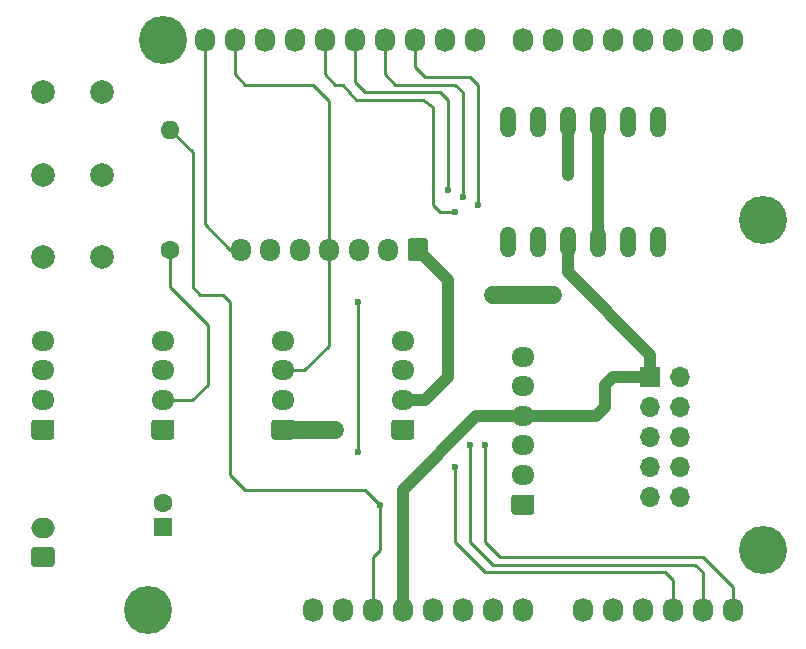
<source format=gbr>
%TF.GenerationSoftware,KiCad,Pcbnew,5.1.6-c6e7f7d~87~ubuntu18.04.1*%
%TF.CreationDate,2020-10-04T11:14:42+09:00*%
%TF.ProjectId,M302,4d333032-2e6b-4696-9361-645f70636258,rev?*%
%TF.SameCoordinates,Original*%
%TF.FileFunction,Copper,L1,Top*%
%TF.FilePolarity,Positive*%
%FSLAX46Y46*%
G04 Gerber Fmt 4.6, Leading zero omitted, Abs format (unit mm)*
G04 Created by KiCad (PCBNEW 5.1.6-c6e7f7d~87~ubuntu18.04.1) date 2020-10-04 11:14:42*
%MOMM*%
%LPD*%
G01*
G04 APERTURE LIST*
%TA.AperFunction,ComponentPad*%
%ADD10O,1.700000X1.950000*%
%TD*%
%TA.AperFunction,ComponentPad*%
%ADD11C,2.000000*%
%TD*%
%TA.AperFunction,ComponentPad*%
%ADD12O,1.320800X2.641600*%
%TD*%
%TA.AperFunction,ComponentPad*%
%ADD13O,2.000000X1.700000*%
%TD*%
%TA.AperFunction,ComponentPad*%
%ADD14C,1.600000*%
%TD*%
%TA.AperFunction,ComponentPad*%
%ADD15R,1.600000X1.600000*%
%TD*%
%TA.AperFunction,ComponentPad*%
%ADD16O,1.950000X1.700000*%
%TD*%
%TA.AperFunction,ComponentPad*%
%ADD17O,1.700000X1.700000*%
%TD*%
%TA.AperFunction,ComponentPad*%
%ADD18R,1.700000X1.700000*%
%TD*%
%TA.AperFunction,ComponentPad*%
%ADD19O,1.600000X1.600000*%
%TD*%
%TA.AperFunction,ComponentPad*%
%ADD20O,1.727200X2.032000*%
%TD*%
%TA.AperFunction,ComponentPad*%
%ADD21C,4.064000*%
%TD*%
%TA.AperFunction,ViaPad*%
%ADD22C,0.600000*%
%TD*%
%TA.AperFunction,Conductor*%
%ADD23C,1.000000*%
%TD*%
%TA.AperFunction,Conductor*%
%ADD24C,1.500000*%
%TD*%
%TA.AperFunction,Conductor*%
%ADD25C,0.250000*%
%TD*%
%TA.AperFunction,Conductor*%
%ADD26C,0.500000*%
%TD*%
G04 APERTURE END LIST*
D10*
%TO.P,J5,7*%
%TO.N,/A5(SCL)*%
X132828000Y-93345000D03*
%TO.P,J5,6*%
%TO.N,/A3*%
X135328000Y-93345000D03*
%TO.P,J5,5*%
%TO.N,Net-(J5-Pad5)*%
X137828000Y-93345000D03*
%TO.P,J5,4*%
%TO.N,/A4(SDA)*%
X140328000Y-93345000D03*
%TO.P,J5,3*%
%TO.N,GND*%
X142828000Y-93345000D03*
%TO.P,J5,2*%
%TO.N,Net-(J5-Pad2)*%
X145328000Y-93345000D03*
%TO.P,J5,1*%
%TO.N,+5V*%
%TA.AperFunction,ComponentPad*%
G36*
G01*
X148678000Y-92620000D02*
X148678000Y-94070000D01*
G75*
G02*
X148428000Y-94320000I-250000J0D01*
G01*
X147228000Y-94320000D01*
G75*
G02*
X146978000Y-94070000I0J250000D01*
G01*
X146978000Y-92620000D01*
G75*
G02*
X147228000Y-92370000I250000J0D01*
G01*
X148428000Y-92370000D01*
G75*
G02*
X148678000Y-92620000I0J-250000D01*
G01*
G37*
%TD.AperFunction*%
%TD*%
D11*
%TO.P,SW3,2*%
%TO.N,GND*%
X116118000Y-93980000D03*
%TO.P,SW3,1*%
%TO.N,/4*%
X121118000Y-93980000D03*
%TD*%
D12*
%TO.P,U1,HV1*%
%TO.N,/7*%
X155448000Y-82550000D03*
%TO.P,U1,HV2*%
%TO.N,/6(\u002A\u002A)*%
X157988000Y-82550000D03*
%TO.P,U1,HV*%
%TO.N,+5V*%
X160528000Y-82550000D03*
%TO.P,U1,HGND*%
%TO.N,GND*%
X163068000Y-82550000D03*
%TO.P,U1,HV3*%
%TO.N,/5(\u002A\u002A)*%
X165608000Y-82550000D03*
%TO.P,U1,LGND*%
%TO.N,GND*%
X163068000Y-92710000D03*
%TO.P,U1,LV3*%
%TO.N,Net-(J7-Pad2)*%
X165608000Y-92710000D03*
%TO.P,U1,LV*%
%TO.N,+3V3*%
X160528000Y-92710000D03*
%TO.P,U1,LV2*%
%TO.N,Net-(J7-Pad5)*%
X157988000Y-92710000D03*
%TO.P,U1,HV4*%
%TO.N,/4*%
X168148000Y-82550000D03*
%TO.P,U1,LV4*%
%TO.N,Net-(J7-Pad1)*%
X168148000Y-92710000D03*
%TO.P,U1,LV1*%
%TO.N,Net-(J7-Pad6)*%
X155448000Y-92710000D03*
%TD*%
D13*
%TO.P,J8,2*%
%TO.N,GND*%
X116078000Y-116880000D03*
%TO.P,J8,1*%
%TO.N,+5V*%
%TA.AperFunction,ComponentPad*%
G36*
G01*
X116828000Y-120230000D02*
X115328000Y-120230000D01*
G75*
G02*
X115078000Y-119980000I0J250000D01*
G01*
X115078000Y-118780000D01*
G75*
G02*
X115328000Y-118530000I250000J0D01*
G01*
X116828000Y-118530000D01*
G75*
G02*
X117078000Y-118780000I0J-250000D01*
G01*
X117078000Y-119980000D01*
G75*
G02*
X116828000Y-120230000I-250000J0D01*
G01*
G37*
%TD.AperFunction*%
%TD*%
D14*
%TO.P,C1,2*%
%TO.N,GND*%
X126238000Y-114840000D03*
D15*
%TO.P,C1,1*%
%TO.N,+5V*%
X126238000Y-116840000D03*
%TD*%
D16*
%TO.P,J7,6*%
%TO.N,Net-(J7-Pad6)*%
X156718000Y-102435000D03*
%TO.P,J7,5*%
%TO.N,Net-(J7-Pad5)*%
X156718000Y-104935000D03*
%TO.P,J7,4*%
%TO.N,+3V3*%
X156718000Y-107435000D03*
%TO.P,J7,3*%
%TO.N,GND*%
X156718000Y-109935000D03*
%TO.P,J7,2*%
%TO.N,Net-(J7-Pad2)*%
X156718000Y-112435000D03*
%TO.P,J7,1*%
%TO.N,Net-(J7-Pad1)*%
%TA.AperFunction,ComponentPad*%
G36*
G01*
X157443000Y-115785000D02*
X155993000Y-115785000D01*
G75*
G02*
X155743000Y-115535000I0J250000D01*
G01*
X155743000Y-114335000D01*
G75*
G02*
X155993000Y-114085000I250000J0D01*
G01*
X157443000Y-114085000D01*
G75*
G02*
X157693000Y-114335000I0J-250000D01*
G01*
X157693000Y-115535000D01*
G75*
G02*
X157443000Y-115785000I-250000J0D01*
G01*
G37*
%TD.AperFunction*%
%TD*%
D17*
%TO.P,J6,10*%
%TO.N,Net-(J6-Pad10)*%
X170053000Y-114300000D03*
%TO.P,J6,9*%
%TO.N,/13(SCK)*%
X167513000Y-114300000D03*
%TO.P,J6,8*%
%TO.N,Net-(J6-Pad8)*%
X170053000Y-111760000D03*
%TO.P,J6,7*%
%TO.N,/10(\u002A\u002A/SS)*%
X167513000Y-111760000D03*
%TO.P,J6,6*%
%TO.N,/Reset*%
X170053000Y-109220000D03*
%TO.P,J6,5*%
%TO.N,/11(\u002A\u002A/MOSI)*%
X167513000Y-109220000D03*
%TO.P,J6,4*%
%TO.N,GND*%
X170053000Y-106680000D03*
%TO.P,J6,3*%
%TO.N,/12(MISO)*%
X167513000Y-106680000D03*
%TO.P,J6,2*%
%TO.N,+5V*%
X170053000Y-104140000D03*
D18*
%TO.P,J6,1*%
%TO.N,+3V3*%
X167513000Y-104140000D03*
%TD*%
D11*
%TO.P,SW1,2*%
%TO.N,/Reset*%
X121118000Y-80010000D03*
%TO.P,SW1,1*%
%TO.N,GND*%
X116118000Y-80010000D03*
%TD*%
D19*
%TO.P,R1,2*%
%TO.N,/Reset*%
X126873000Y-83185000D03*
D14*
%TO.P,R1,1*%
%TO.N,+5V*%
X126873000Y-93345000D03*
%TD*%
D11*
%TO.P,SW2,2*%
%TO.N,/A3*%
X121118000Y-86995000D03*
%TO.P,SW2,1*%
%TO.N,GND*%
X116118000Y-86995000D03*
%TD*%
D20*
%TO.P,P1,1*%
%TO.N,Net-(P1-Pad1)*%
X138938000Y-123825000D03*
%TO.P,P1,2*%
%TO.N,/IOREF*%
X141478000Y-123825000D03*
%TO.P,P1,3*%
%TO.N,/Reset*%
X144018000Y-123825000D03*
%TO.P,P1,4*%
%TO.N,+3V3*%
X146558000Y-123825000D03*
%TO.P,P1,5*%
%TO.N,+5V*%
X149098000Y-123825000D03*
%TO.P,P1,6*%
%TO.N,GND*%
X151638000Y-123825000D03*
%TO.P,P1,7*%
X154178000Y-123825000D03*
%TO.P,P1,8*%
%TO.N,Net-(P1-Pad8)*%
X156718000Y-123825000D03*
%TD*%
%TO.P,P2,1*%
%TO.N,/A0*%
X161798000Y-123825000D03*
%TO.P,P2,2*%
%TO.N,/A1*%
X164338000Y-123825000D03*
%TO.P,P2,3*%
%TO.N,/A2*%
X166878000Y-123825000D03*
%TO.P,P2,4*%
%TO.N,/A3*%
X169418000Y-123825000D03*
%TO.P,P2,5*%
%TO.N,/A4(SDA)*%
X171958000Y-123825000D03*
%TO.P,P2,6*%
%TO.N,/A5(SCL)*%
X174498000Y-123825000D03*
%TD*%
%TO.P,P3,1*%
%TO.N,/A5(SCL)*%
X129794000Y-75565000D03*
%TO.P,P3,2*%
%TO.N,/A4(SDA)*%
X132334000Y-75565000D03*
%TO.P,P3,3*%
%TO.N,/AREF*%
X134874000Y-75565000D03*
%TO.P,P3,4*%
%TO.N,GND*%
X137414000Y-75565000D03*
%TO.P,P3,5*%
%TO.N,/13(SCK)*%
X139954000Y-75565000D03*
%TO.P,P3,6*%
%TO.N,/12(MISO)*%
X142494000Y-75565000D03*
%TO.P,P3,7*%
%TO.N,/11(\u002A\u002A/MOSI)*%
X145034000Y-75565000D03*
%TO.P,P3,8*%
%TO.N,/10(\u002A\u002A/SS)*%
X147574000Y-75565000D03*
%TO.P,P3,9*%
%TO.N,/9(\u002A\u002A)*%
X150114000Y-75565000D03*
%TO.P,P3,10*%
%TO.N,/8*%
X152654000Y-75565000D03*
%TD*%
%TO.P,P4,1*%
%TO.N,/7*%
X156718000Y-75565000D03*
%TO.P,P4,2*%
%TO.N,/6(\u002A\u002A)*%
X159258000Y-75565000D03*
%TO.P,P4,3*%
%TO.N,/5(\u002A\u002A)*%
X161798000Y-75565000D03*
%TO.P,P4,4*%
%TO.N,/4*%
X164338000Y-75565000D03*
%TO.P,P4,5*%
%TO.N,/3(\u002A\u002A)*%
X166878000Y-75565000D03*
%TO.P,P4,6*%
%TO.N,/2*%
X169418000Y-75565000D03*
%TO.P,P4,7*%
%TO.N,/1(Tx)*%
X171958000Y-75565000D03*
%TO.P,P4,8*%
%TO.N,/0(Rx)*%
X174498000Y-75565000D03*
%TD*%
D21*
%TO.P,P5,1*%
%TO.N,Net-(P5-Pad1)*%
X124968000Y-123825000D03*
%TD*%
%TO.P,P6,1*%
%TO.N,Net-(P6-Pad1)*%
X177038000Y-118745000D03*
%TD*%
%TO.P,P7,1*%
%TO.N,Net-(P7-Pad1)*%
X126238000Y-75565000D03*
%TD*%
%TO.P,P8,1*%
%TO.N,Net-(P8-Pad1)*%
X177038000Y-90805000D03*
%TD*%
D16*
%TO.P,J1,4*%
%TO.N,/A5(SCL)*%
X116078000Y-101085000D03*
%TO.P,J1,3*%
%TO.N,/A4(SDA)*%
X116078000Y-103585000D03*
%TO.P,J1,2*%
%TO.N,+5V*%
X116078000Y-106085000D03*
%TO.P,J1,1*%
%TO.N,GND*%
%TA.AperFunction,ComponentPad*%
G36*
G01*
X116803000Y-109435000D02*
X115353000Y-109435000D01*
G75*
G02*
X115103000Y-109185000I0J250000D01*
G01*
X115103000Y-107985000D01*
G75*
G02*
X115353000Y-107735000I250000J0D01*
G01*
X116803000Y-107735000D01*
G75*
G02*
X117053000Y-107985000I0J-250000D01*
G01*
X117053000Y-109185000D01*
G75*
G02*
X116803000Y-109435000I-250000J0D01*
G01*
G37*
%TD.AperFunction*%
%TD*%
%TO.P,J2,1*%
%TO.N,GND*%
%TA.AperFunction,ComponentPad*%
G36*
G01*
X126963000Y-109435000D02*
X125513000Y-109435000D01*
G75*
G02*
X125263000Y-109185000I0J250000D01*
G01*
X125263000Y-107985000D01*
G75*
G02*
X125513000Y-107735000I250000J0D01*
G01*
X126963000Y-107735000D01*
G75*
G02*
X127213000Y-107985000I0J-250000D01*
G01*
X127213000Y-109185000D01*
G75*
G02*
X126963000Y-109435000I-250000J0D01*
G01*
G37*
%TD.AperFunction*%
%TO.P,J2,2*%
%TO.N,+5V*%
X126238000Y-106085000D03*
%TO.P,J2,3*%
%TO.N,/A4(SDA)*%
X126238000Y-103585000D03*
%TO.P,J2,4*%
%TO.N,/A5(SCL)*%
X126238000Y-101085000D03*
%TD*%
%TO.P,J3,4*%
%TO.N,/A5(SCL)*%
X136398000Y-101085000D03*
%TO.P,J3,3*%
%TO.N,/A4(SDA)*%
X136398000Y-103585000D03*
%TO.P,J3,2*%
%TO.N,+5V*%
X136398000Y-106085000D03*
%TO.P,J3,1*%
%TO.N,GND*%
%TA.AperFunction,ComponentPad*%
G36*
G01*
X137123000Y-109435000D02*
X135673000Y-109435000D01*
G75*
G02*
X135423000Y-109185000I0J250000D01*
G01*
X135423000Y-107985000D01*
G75*
G02*
X135673000Y-107735000I250000J0D01*
G01*
X137123000Y-107735000D01*
G75*
G02*
X137373000Y-107985000I0J-250000D01*
G01*
X137373000Y-109185000D01*
G75*
G02*
X137123000Y-109435000I-250000J0D01*
G01*
G37*
%TD.AperFunction*%
%TD*%
%TO.P,J4,1*%
%TO.N,GND*%
%TA.AperFunction,ComponentPad*%
G36*
G01*
X147283000Y-109435000D02*
X145833000Y-109435000D01*
G75*
G02*
X145583000Y-109185000I0J250000D01*
G01*
X145583000Y-107985000D01*
G75*
G02*
X145833000Y-107735000I250000J0D01*
G01*
X147283000Y-107735000D01*
G75*
G02*
X147533000Y-107985000I0J-250000D01*
G01*
X147533000Y-109185000D01*
G75*
G02*
X147283000Y-109435000I-250000J0D01*
G01*
G37*
%TD.AperFunction*%
%TO.P,J4,2*%
%TO.N,+5V*%
X146558000Y-106085000D03*
%TO.P,J4,3*%
%TO.N,/A4(SDA)*%
X146558000Y-103585000D03*
%TO.P,J4,4*%
%TO.N,/A5(SCL)*%
X146558000Y-101085000D03*
%TD*%
D22*
%TO.N,*%
X159258000Y-97155000D03*
X154178000Y-97155000D03*
%TO.N,/Reset*%
X144653000Y-114935000D03*
%TO.N,+5V*%
X160528000Y-86995000D03*
%TO.N,GND*%
X140843000Y-108585000D03*
%TO.N,/A3*%
X151003000Y-111760000D03*
X142748000Y-110490000D03*
X142748000Y-97790000D03*
%TO.N,/A4(SDA)*%
X152273000Y-109855000D03*
%TO.N,/A5(SCL)*%
X153543000Y-109855000D03*
%TO.N,/13(SCK)*%
X151003000Y-90170000D03*
%TO.N,/10(\u002A\u002A/SS)*%
X152908000Y-89535000D03*
%TO.N,/12(MISO)*%
X150368000Y-88265000D03*
%TO.N,/11(\u002A\u002A/MOSI)*%
X151638000Y-88900000D03*
%TD*%
D23*
%TO.N,*%
X154178000Y-97155000D02*
X154178000Y-97155000D01*
X159258000Y-97155000D02*
X159258000Y-97155000D01*
D24*
X154178000Y-97155000D02*
X159258000Y-97155000D01*
D25*
%TO.N,/Reset*%
X144018000Y-123825000D02*
X144018000Y-119380000D01*
X144018000Y-119380000D02*
X144653000Y-118745000D01*
X144653000Y-118745000D02*
X144653000Y-114935000D01*
X144653000Y-114935000D02*
X143383000Y-113665000D01*
X143383000Y-113665000D02*
X133223000Y-113665000D01*
X133223000Y-113665000D02*
X131953000Y-112395000D01*
X131953000Y-112395000D02*
X131953000Y-97790000D01*
X131953000Y-97790000D02*
X131318000Y-97155000D01*
X131318000Y-97155000D02*
X129413000Y-97155000D01*
X129413000Y-97155000D02*
X128778000Y-96520000D01*
X128778000Y-85090000D02*
X126873000Y-83185000D01*
X128778000Y-96520000D02*
X128778000Y-85090000D01*
D23*
%TO.N,+5V*%
X146558000Y-106085000D02*
X148423000Y-106085000D01*
X148423000Y-106085000D02*
X150368000Y-104140000D01*
X150368000Y-95885000D02*
X147828000Y-93345000D01*
X150368000Y-104140000D02*
X150368000Y-95885000D01*
X160528000Y-82550000D02*
X160528000Y-86995000D01*
D26*
X160528000Y-86995000D02*
X160528000Y-86995000D01*
D25*
X126873000Y-93345000D02*
X126873000Y-96520000D01*
X126873000Y-96520000D02*
X130048000Y-99695000D01*
X130048000Y-99695000D02*
X130048000Y-104775000D01*
X128738000Y-106085000D02*
X126238000Y-106085000D01*
X130048000Y-104775000D02*
X128738000Y-106085000D01*
D23*
%TO.N,GND*%
X163068000Y-82550000D02*
X163068000Y-92710000D01*
X140208000Y-108585000D02*
X140208000Y-108585000D01*
D24*
X136398000Y-108585000D02*
X140843000Y-108585000D01*
D25*
%TO.N,/A3*%
X151003000Y-118110000D02*
X151003000Y-111760000D01*
X168783000Y-120650000D02*
X153543000Y-120650000D01*
X169418000Y-121285000D02*
X168783000Y-120650000D01*
X153543000Y-120650000D02*
X151003000Y-118110000D01*
X169418000Y-123825000D02*
X169418000Y-121285000D01*
X142748000Y-110490000D02*
X142748000Y-97790000D01*
%TO.N,/A4(SDA)*%
X132334000Y-75565000D02*
X132334000Y-78486000D01*
X132334000Y-78486000D02*
X133223000Y-79375000D01*
X133223000Y-79375000D02*
X138938000Y-79375000D01*
X140328000Y-80765000D02*
X140328000Y-93345000D01*
X138938000Y-79375000D02*
X140328000Y-80765000D01*
X140328000Y-93345000D02*
X140328000Y-101480000D01*
X138223000Y-103585000D02*
X136398000Y-103585000D01*
X140328000Y-101480000D02*
X138223000Y-103585000D01*
X171958000Y-123825000D02*
X171958000Y-120650000D01*
X171958000Y-120650000D02*
X171323000Y-120015000D01*
X154176590Y-120015000D02*
X152273000Y-118111410D01*
X171323000Y-120015000D02*
X154176590Y-120015000D01*
X152273000Y-118111410D02*
X152273000Y-109855000D01*
X152273000Y-109855000D02*
X152273000Y-109855000D01*
%TO.N,/A5(SCL)*%
X129794000Y-75565000D02*
X129794000Y-91186000D01*
X131953000Y-93345000D02*
X132828000Y-93345000D01*
X129794000Y-91186000D02*
X131953000Y-93345000D01*
X153543000Y-118110000D02*
X153543000Y-109855000D01*
X154813000Y-119380000D02*
X153543000Y-118110000D01*
X171958000Y-119380000D02*
X154813000Y-119380000D01*
X174498000Y-121920000D02*
X171958000Y-119380000D01*
X174498000Y-123825000D02*
X174498000Y-121920000D01*
%TO.N,/13(SCK)*%
X148278010Y-80645000D02*
X142563010Y-80645000D01*
X149098000Y-81280000D02*
X148278010Y-80645000D01*
X149733000Y-90170000D02*
X149098000Y-89535000D01*
X149098000Y-89535000D02*
X149098000Y-81280000D01*
X151003000Y-90170000D02*
X149733000Y-90170000D01*
X139954000Y-78486000D02*
X139954000Y-75565000D01*
X140843000Y-79375000D02*
X139954000Y-78486000D01*
X141478000Y-79375000D02*
X140843000Y-79375000D01*
X142563010Y-80645000D02*
X141478000Y-79375000D01*
%TO.N,/10(\u002A\u002A/SS)*%
X147574000Y-75565000D02*
X147574000Y-77851000D01*
X147574000Y-77851000D02*
X148463000Y-78740000D01*
X148463000Y-78740000D02*
X152273000Y-78740000D01*
X152273000Y-78740000D02*
X152908000Y-79375000D01*
X152908000Y-79375000D02*
X152908000Y-89535000D01*
X152908000Y-89535000D02*
X152908000Y-89535000D01*
D23*
%TO.N,+3V3*%
X160528000Y-92710000D02*
X160528000Y-95250000D01*
X160528000Y-95250000D02*
X167513000Y-102235000D01*
X167513000Y-102235000D02*
X167513000Y-104140000D01*
X163703000Y-106680000D02*
X162948000Y-107435000D01*
X163703000Y-104775000D02*
X163703000Y-106680000D01*
X162948000Y-107435000D02*
X156718000Y-107435000D01*
X164338000Y-104140000D02*
X163703000Y-104775000D01*
X167513000Y-104140000D02*
X164338000Y-104140000D01*
X146558000Y-123825000D02*
X146558000Y-113665000D01*
X152788000Y-107435000D02*
X156718000Y-107435000D01*
X146558000Y-113665000D02*
X152788000Y-107435000D01*
D25*
%TO.N,/12(MISO)*%
X142494000Y-79121000D02*
X142494000Y-75565000D01*
X143383000Y-80010000D02*
X142494000Y-79121000D01*
X149733000Y-80010000D02*
X143383000Y-80010000D01*
X150368000Y-80645000D02*
X149733000Y-80010000D01*
X150368000Y-88265000D02*
X150368000Y-80645000D01*
%TO.N,/11(\u002A\u002A/MOSI)*%
X151638000Y-88900000D02*
X151638000Y-80010000D01*
X151638000Y-80010000D02*
X151003000Y-79375000D01*
X151003000Y-79375000D02*
X145923000Y-79375000D01*
X145034000Y-78486000D02*
X145034000Y-75565000D01*
X145923000Y-79375000D02*
X145034000Y-78486000D01*
%TD*%
M02*

</source>
